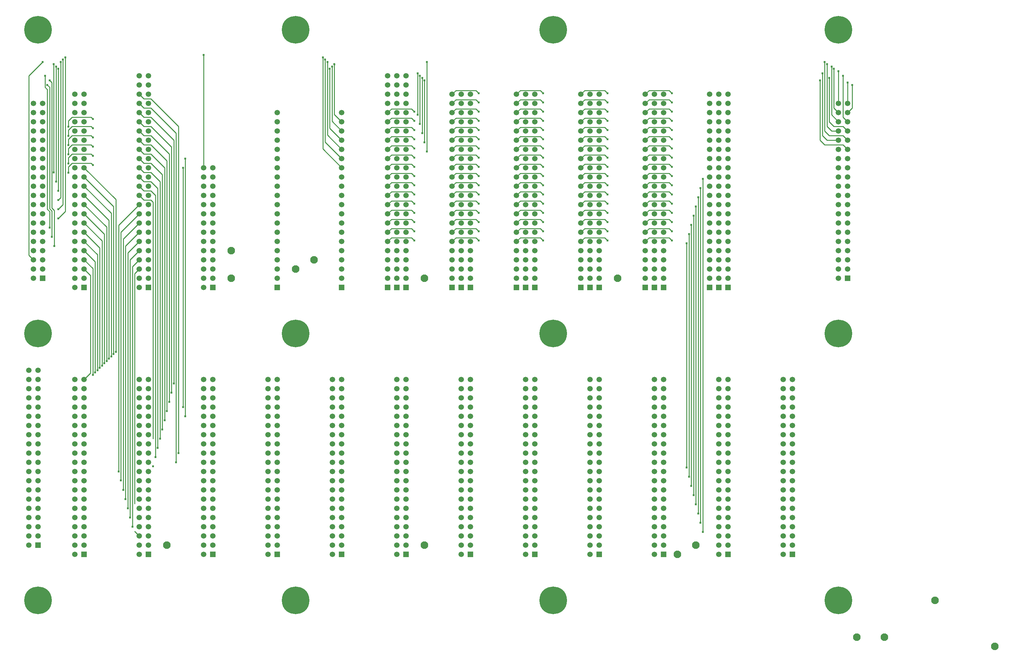
<source format=gbl>
G04*
G04 #@! TF.GenerationSoftware,Altium Limited,Altium Designer,21.9.1 (22)*
G04*
G04 Layer_Physical_Order=2*
G04 Layer_Color=16711680*
%FSLAX25Y25*%
%MOIN*%
G70*
G04*
G04 #@! TF.SameCoordinates,ED34AEAF-C743-4D8C-A4B6-5B60F8E4C993*
G04*
G04*
G04 #@! TF.FilePolarity,Positive*
G04*
G01*
G75*
%ADD13C,0.01000*%
%ADD20C,0.30000*%
%ADD21R,0.05906X0.05906*%
%ADD22C,0.05906*%
%ADD23C,0.08268*%
%ADD24C,0.02400*%
D13*
X220000Y210000D02*
Y240000D01*
Y210000D02*
X220000Y210000D01*
X217500Y250000D02*
X217500Y250000D01*
Y220000D02*
Y250000D01*
X215000Y260000D02*
X215000Y260000D01*
Y230000D02*
Y260000D01*
X212500Y270000D02*
X212500Y270000D01*
Y240000D02*
Y270000D01*
X210000Y280228D02*
X210007Y280221D01*
Y250228D02*
Y280221D01*
X207500Y290000D02*
X207500Y290000D01*
Y260000D02*
Y290000D01*
X995000Y635000D02*
X1000000Y630000D01*
X995000Y625000D02*
X1000000Y620000D01*
X995000Y615000D02*
X1000000Y610000D01*
Y650000D02*
X1005000Y655000D01*
X985000D02*
X990000Y650000D01*
X995000Y645000D02*
X1000000Y640000D01*
X1005000Y655000D02*
Y680000D01*
X982500Y647500D02*
X990000Y640000D01*
X980000D02*
X985000Y635000D01*
X975000Y615000D02*
X995000D01*
X980000Y625000D02*
X995000D01*
X982500Y630000D02*
X990000D01*
X977500Y635000D02*
X982500Y630000D01*
X977500Y620000D02*
X990000D01*
X985000Y635000D02*
X995000D01*
X972500Y625000D02*
X977500Y620000D01*
X975000Y630000D02*
X980000Y625000D01*
X970000Y620000D02*
X975000Y615000D01*
X970000Y620000D02*
Y685000D01*
X972500Y625000D02*
Y692500D01*
X975000Y630000D02*
Y705000D01*
X977500Y635000D02*
Y702500D01*
X980000Y640000D02*
Y687500D01*
X995000Y645000D02*
Y690000D01*
X1000000Y660000D02*
Y682500D01*
X982500Y647500D02*
Y700000D01*
X985000Y655000D02*
Y697500D01*
X990000Y660000D02*
Y695000D01*
X222500Y200000D02*
Y482500D01*
X842500Y224453D02*
X842500Y224453D01*
Y194453D02*
Y224453D01*
X840000Y234453D02*
X840000Y234453D01*
Y204453D02*
Y234453D01*
X837500Y244453D02*
X837500Y244453D01*
Y214453D02*
Y244453D01*
X835000Y254453D02*
X835000Y254453D01*
Y224453D02*
Y254453D01*
X832500Y264453D02*
X832500Y264453D01*
Y234453D02*
Y264453D01*
X830000Y274453D02*
X830000Y274453D01*
Y244453D02*
Y274453D01*
X827500Y284453D02*
X827500Y284453D01*
Y254453D02*
Y284453D01*
X825000Y294453D02*
X825000Y294453D01*
Y264453D02*
Y294453D01*
X272500Y316100D02*
X272500Y635000D01*
X272500Y280000D02*
Y316100D01*
X272500Y316100D02*
X272500Y316100D01*
X270000Y274453D02*
Y304453D01*
X247500Y275547D02*
X247500Y275547D01*
X247500Y275547D02*
Y305547D01*
X250000Y316073D02*
X250000Y567500D01*
X250000Y285547D02*
Y316073D01*
Y285547D02*
X250000Y285547D01*
X252500Y295547D02*
X252500Y295547D01*
X252500Y295547D02*
Y325547D01*
X255000Y338450D02*
X255000Y582500D01*
X255000Y305547D02*
Y338450D01*
Y305547D02*
X255000Y305547D01*
X257500Y315547D02*
X257500Y315547D01*
X257500Y315547D02*
Y345547D01*
X260000Y325547D02*
X260000Y325547D01*
X260000Y325547D02*
Y355547D01*
X262500Y335547D02*
X262500Y335547D01*
X262500Y335547D02*
Y365547D01*
X265000Y345547D02*
Y375547D01*
X267500Y355547D02*
Y385547D01*
X204500Y422000D02*
X204500Y555500D01*
X204500Y390000D02*
Y422000D01*
Y390000D02*
X204500Y390000D01*
X202000Y387500D02*
X202000Y387500D01*
X202000Y387500D02*
Y417500D01*
X199500Y385000D02*
X199500Y385000D01*
X199500Y385000D02*
Y415000D01*
X197000Y412500D02*
X197000Y412500D01*
Y382500D02*
Y412500D01*
X194500Y410000D02*
X194500Y410000D01*
Y380000D02*
Y410000D01*
X184500Y370000D02*
Y495500D01*
X182000Y367500D02*
Y488000D01*
X179500Y365000D02*
Y480500D01*
X177000Y367000D02*
Y473000D01*
X542500Y607500D02*
Y705000D01*
X540000Y617500D02*
Y685000D01*
X537500Y627500D02*
Y687500D01*
X535000Y637500D02*
Y690000D01*
X532500Y647500D02*
Y692500D01*
X832500Y264453D02*
X832500Y538000D01*
X835000Y254453D02*
X835000Y548000D01*
X827500Y284453D02*
X827500Y518000D01*
X837500Y244453D02*
X837500Y558000D01*
X840000Y234453D02*
X840000Y568000D01*
X830000Y274453D02*
X830000Y528000D01*
X825000Y294453D02*
X825000Y508000D01*
X842500Y224453D02*
X842500Y578000D01*
X270000Y274453D02*
X270000Y274453D01*
Y270000D02*
Y274453D01*
X280000Y320000D02*
Y600000D01*
X277500Y330000D02*
Y590000D01*
X300000D02*
Y712500D01*
X110000Y690000D02*
X125000Y705000D01*
X110000Y495000D02*
Y690000D01*
Y495000D02*
X115000Y490000D01*
X130000Y545000D02*
Y675000D01*
Y545000D02*
X132500Y542500D01*
Y525000D02*
Y542500D01*
X134700Y546300D02*
Y584047D01*
Y546300D02*
X137500Y543500D01*
Y505000D02*
Y543500D01*
X132500Y545500D02*
Y677500D01*
X135000Y515000D02*
Y543000D01*
X132500Y545500D02*
X135000Y543000D01*
X134700Y585953D02*
Y682800D01*
X132500Y685000D02*
X134700Y682800D01*
X127500Y677500D02*
Y690000D01*
Y677500D02*
X130000Y675000D01*
Y680000D02*
X132500Y677500D01*
X134700Y584047D02*
Y585953D01*
X144500Y705000D02*
X144500Y557500D01*
X147000Y707500D02*
X147000Y550000D01*
X149500Y710000D02*
X149500Y542500D01*
X142000Y535000D02*
X149500Y542500D01*
X210000Y280228D02*
X210000Y520000D01*
X429500Y610500D02*
Y710000D01*
X437000Y633000D02*
Y697500D01*
X439500Y640500D02*
Y700000D01*
Y640500D02*
X450000Y630000D01*
X442000Y648000D02*
Y702100D01*
Y648000D02*
X450000Y640000D01*
X434500Y625500D02*
Y705000D01*
X432000Y618000D02*
Y707500D01*
X442000Y702100D02*
X442100D01*
X442400Y702400D01*
X442300Y702500D02*
X442400Y702400D01*
X442000Y702500D02*
X442300D01*
X137000Y585000D02*
Y702500D01*
X139500Y575000D02*
Y700000D01*
X142000Y565000D02*
Y697500D01*
Y555000D02*
X144500Y557500D01*
X142000Y545000D02*
X147000Y550000D01*
X242500Y665000D02*
X272500Y635000D01*
X267500Y385547D02*
X267500Y620000D01*
X257500Y345547D02*
X257500Y590000D01*
X260000Y355547D02*
X260000Y597500D01*
X252500Y325547D02*
X252500Y575000D01*
X262500Y365547D02*
X262500Y605000D01*
X265000Y375547D02*
X265000Y612500D01*
X245000Y295547D02*
X245000Y552500D01*
X242500Y555000D02*
X245000Y552500D01*
X270000Y304453D02*
X270000Y627500D01*
X242500Y655000D02*
X270000Y627500D01*
X242500Y645000D02*
X267500Y620000D01*
X242500Y635000D02*
X265000Y612500D01*
X242500Y625000D02*
X262500Y605000D01*
X242500Y615000D02*
X260000Y597500D01*
X242500Y605000D02*
X257500Y590000D01*
X242500Y595000D02*
X255000Y582500D01*
X242500Y585000D02*
X252500Y575000D01*
X242500D02*
X250000Y567500D01*
X247500Y305547D02*
X247500Y560000D01*
X242500Y565000D02*
X247500Y560000D01*
X230000Y670000D02*
X235000Y665000D01*
X242500D01*
X230000Y660000D02*
X235000Y655000D01*
X242500D01*
X230000Y650000D02*
X235000Y645000D01*
X242500D01*
X230000Y640000D02*
X235000Y635000D01*
X242500D01*
X230000Y630000D02*
X235000Y625000D01*
X242500D01*
X230000Y620000D02*
X235000Y615000D01*
X242500D01*
X230000Y610000D02*
X235000Y605000D01*
X242500D01*
X230000Y600000D02*
X235000Y595000D01*
X242500D01*
X230000Y590000D02*
X235000Y585000D01*
X242500D01*
X230000Y580000D02*
X235000Y575000D01*
X242500D01*
X230000Y570000D02*
X235000Y565000D01*
X242500D01*
X235000Y555000D02*
X242500D01*
X230000Y560000D02*
X235000Y555000D01*
X207500Y290000D02*
X207500Y527500D01*
X220000Y240000D02*
X220000Y490000D01*
X212500Y270000D02*
X212500Y512500D01*
X215000Y260000D02*
X215000Y505000D01*
X217500Y250000D02*
X217500Y497500D01*
X207500Y527500D02*
X230000Y550000D01*
X210000Y520000D02*
X230000Y540000D01*
X212500Y512500D02*
X230000Y530000D01*
X215000Y505000D02*
X230000Y520000D01*
X217500Y497500D02*
X230000Y510000D01*
X220000Y490000D02*
X230000Y500000D01*
X222500Y482500D02*
X230000Y490000D01*
X225000Y195000D02*
X230000Y190000D01*
X225000Y225000D02*
Y475000D01*
X230000Y480000D01*
X429500Y610500D02*
X450000Y590000D01*
X432000Y618000D02*
X450000Y600000D01*
X434500Y625500D02*
X450000Y610000D01*
X437000Y633000D02*
X450000Y620000D01*
X157000Y645000D02*
X177500D01*
X179500Y643000D01*
X153000Y634500D02*
Y641000D01*
X157000Y645000D01*
Y635000D02*
X177500D01*
X179500Y633000D01*
X153000Y624500D02*
Y631000D01*
X157000Y635000D01*
Y625000D02*
X177500D01*
X179500Y623000D01*
X153000Y614500D02*
Y621000D01*
X157000Y625000D01*
Y615000D02*
X177500D01*
X179500Y613000D01*
X153000Y604500D02*
Y611000D01*
X157000Y615000D01*
Y605000D02*
X177500D01*
X179500Y603000D01*
X153000Y594500D02*
Y601000D01*
X157000Y605000D01*
X153000Y591000D02*
X157000Y595000D01*
X153000Y584500D02*
Y591000D01*
X177500Y595000D02*
X179500Y593000D01*
X157000Y595000D02*
X177500D01*
X805947Y674053D02*
X809000Y671000D01*
X784053Y674053D02*
X805947D01*
X570000Y670000D02*
X570000D01*
X574053Y674053D01*
X595947D02*
X599000Y671000D01*
X574053Y674053D02*
X595947D01*
X640000Y670000D02*
X640000D01*
X644053Y674053D01*
X665947D02*
X669000Y671000D01*
X644053Y674053D02*
X665947D01*
X710000Y670000D02*
X710000D01*
X714053Y674053D01*
X735947D02*
X739000Y671000D01*
X714053Y674053D02*
X735947D01*
X780000Y670000D02*
X780000D01*
X784053Y674053D01*
X805947Y664053D02*
X809000Y661000D01*
X784053Y664053D02*
X805947D01*
X570000Y660000D02*
X570000D01*
X574053Y664053D01*
X595947D02*
X599000Y661000D01*
X574053Y664053D02*
X595947D01*
X640000Y660000D02*
X640000D01*
X644053Y664053D01*
X665947D02*
X669000Y661000D01*
X644053Y664053D02*
X665947D01*
X710000Y660000D02*
X710000D01*
X714053Y664053D01*
X735947D02*
X739000Y661000D01*
X714053Y664053D02*
X735947D01*
X780000Y660000D02*
X780000D01*
X784053Y664053D01*
X504053Y654053D02*
X525947D01*
X805947D02*
X809000Y651000D01*
X784053Y654053D02*
X805947D01*
X570000Y650000D02*
X570000D01*
X574053Y654053D01*
X595947D02*
X599000Y651000D01*
X574053Y654053D02*
X595947D01*
X525947D02*
X529000Y651000D01*
X640000Y650000D02*
X640000D01*
X644053Y654053D01*
X665947D02*
X669000Y651000D01*
X644053Y654053D02*
X665947D01*
X710000Y650000D02*
X710000D01*
X714053Y654053D01*
X735947D02*
X739000Y651000D01*
X714053Y654053D02*
X735947D01*
X780000Y650000D02*
X780000D01*
X784053Y654053D01*
X500000Y650000D02*
X504053Y654053D01*
X500000Y650000D02*
X500000D01*
X504053Y644053D02*
X525947D01*
X805947D02*
X809000Y641000D01*
X784053Y644053D02*
X805947D01*
X570000Y640000D02*
X570000D01*
X574053Y644053D01*
X595947D02*
X599000Y641000D01*
X574053Y644053D02*
X595947D01*
X525947D02*
X529000Y641000D01*
X640000Y640000D02*
X640000D01*
X644053Y644053D01*
X665947D02*
X669000Y641000D01*
X644053Y644053D02*
X665947D01*
X710000Y640000D02*
X710000D01*
X714053Y644053D01*
X735947D02*
X739000Y641000D01*
X714053Y644053D02*
X735947D01*
X780000Y640000D02*
X780000D01*
X784053Y644053D01*
X500000Y640000D02*
X504053Y644053D01*
X500000Y640000D02*
X500000D01*
X504053Y634053D02*
X525947D01*
X805947D02*
X809000Y631000D01*
X784053Y634053D02*
X805947D01*
X570000Y630000D02*
X570000D01*
X574053Y634053D01*
X595947D02*
X599000Y631000D01*
X574053Y634053D02*
X595947D01*
X525947D02*
X529000Y631000D01*
X640000Y630000D02*
X640000D01*
X644053Y634053D01*
X665947D02*
X669000Y631000D01*
X644053Y634053D02*
X665947D01*
X710000Y630000D02*
X710000D01*
X714053Y634053D01*
X735947D02*
X739000Y631000D01*
X714053Y634053D02*
X735947D01*
X780000Y630000D02*
X780000D01*
X784053Y634053D01*
X500000Y630000D02*
X504053Y634053D01*
X500000Y630000D02*
X500000D01*
X504053Y624053D02*
X525947D01*
X805947D02*
X809000Y621000D01*
X784053Y624053D02*
X805947D01*
X570000Y620000D02*
X570000D01*
X574053Y624053D01*
X595947D02*
X599000Y621000D01*
X574053Y624053D02*
X595947D01*
X525947D02*
X529000Y621000D01*
X640000Y620000D02*
X640000D01*
X644053Y624053D01*
X665947D02*
X669000Y621000D01*
X644053Y624053D02*
X665947D01*
X710000Y620000D02*
X710000D01*
X714053Y624053D01*
X735947D02*
X739000Y621000D01*
X714053Y624053D02*
X735947D01*
X780000Y620000D02*
X780000D01*
X784053Y624053D01*
X500000Y620000D02*
X504053Y624053D01*
X500000Y620000D02*
X500000D01*
X504053Y614053D02*
X525947D01*
X805947D02*
X809000Y611000D01*
X784053Y614053D02*
X805947D01*
X570000Y610000D02*
X570000D01*
X574053Y614053D01*
X595947D02*
X599000Y611000D01*
X574053Y614053D02*
X595947D01*
X525947D02*
X529000Y611000D01*
X640000Y610000D02*
X640000D01*
X644053Y614053D01*
X665947D02*
X669000Y611000D01*
X644053Y614053D02*
X665947D01*
X710000Y610000D02*
X710000D01*
X714053Y614053D01*
X735947D02*
X739000Y611000D01*
X714053Y614053D02*
X735947D01*
X780000Y610000D02*
X780000D01*
X784053Y614053D01*
X500000Y610000D02*
X504053Y614053D01*
X500000Y610000D02*
X500000D01*
X504053Y604053D02*
X525947D01*
X805947D02*
X809000Y601000D01*
X784053Y604053D02*
X805947D01*
X570000Y600000D02*
X570000D01*
X574053Y604053D01*
X595947D02*
X599000Y601000D01*
X574053Y604053D02*
X595947D01*
X525947D02*
X529000Y601000D01*
X640000Y600000D02*
X640000D01*
X644053Y604053D01*
X665947D02*
X669000Y601000D01*
X644053Y604053D02*
X665947D01*
X710000Y600000D02*
X710000D01*
X714053Y604053D01*
X735947D02*
X739000Y601000D01*
X714053Y604053D02*
X735947D01*
X780000Y600000D02*
X780000D01*
X784053Y604053D01*
X500000Y600000D02*
X504053Y604053D01*
X500000Y600000D02*
X500000D01*
X504053Y594053D02*
X525947D01*
X805947D02*
X809000Y591000D01*
X784053Y594053D02*
X805947D01*
X570000Y590000D02*
X570000D01*
X574053Y594053D01*
X595947D02*
X599000Y591000D01*
X574053Y594053D02*
X595947D01*
X525947D02*
X529000Y591000D01*
X640000Y590000D02*
X640000D01*
X644053Y594053D01*
X665947D02*
X669000Y591000D01*
X644053Y594053D02*
X665947D01*
X710000Y590000D02*
X710000D01*
X714053Y594053D01*
X735947D02*
X739000Y591000D01*
X714053Y594053D02*
X735947D01*
X780000Y590000D02*
X780000D01*
X784053Y594053D01*
X500000Y590000D02*
X504053Y594053D01*
X500000Y590000D02*
X500000D01*
X194500Y410000D02*
X194500Y525500D01*
X197000Y412500D02*
X197000Y533000D01*
X187000Y372500D02*
Y503000D01*
X192000Y377500D02*
Y518000D01*
X189500Y375000D02*
Y510500D01*
X170000Y360000D02*
X177000Y367000D01*
X170000Y480000D02*
X177000Y473000D01*
X170000Y490000D02*
X179500Y480500D01*
X170000Y510000D02*
X184500Y495500D01*
X170000Y520000D02*
X187000Y503000D01*
X170000Y530000D02*
X189500Y510500D01*
X170000Y540000D02*
X192000Y518000D01*
X170000Y550000D02*
X194500Y525500D01*
X170000Y560000D02*
X197000Y533000D01*
X170000Y570000D02*
X199500Y540500D01*
X199500Y415000D02*
X199500Y540500D01*
X202000Y417500D02*
X202000Y548000D01*
X170000Y580000D02*
X202000Y548000D01*
X170000Y590000D02*
X204500Y555500D01*
X170000Y500000D02*
X182000Y488000D01*
X500000Y570000D02*
X500000D01*
X500000Y580000D02*
X500000D01*
X504053Y584053D01*
X500000Y570000D02*
X504053Y574053D01*
X500000Y560000D02*
X504053Y564053D01*
X500000Y550000D02*
X504053Y554053D01*
X500000Y560000D02*
X500000D01*
X500000Y510000D02*
X500000D01*
X500000Y550000D02*
X500000D01*
X500000Y530000D02*
X500000D01*
X504053Y534053D01*
X500000Y540000D02*
X504053Y544053D01*
X500000Y540000D02*
X500000D01*
Y510000D02*
X504053Y514053D01*
X500000Y520000D02*
X504053Y524053D01*
X500000Y520000D02*
X500000D01*
X780000Y570000D02*
X780000D01*
X784053Y574053D01*
X780000Y580000D02*
X784053Y584053D01*
X780000Y580000D02*
X780000D01*
X710000Y570000D02*
X710000D01*
X714053Y574053D01*
X735947D02*
X739000Y571000D01*
X714053Y574053D02*
X735947D01*
X714053Y584053D02*
X735947D01*
X739000Y581000D01*
X710000Y580000D02*
X714053Y584053D01*
X710000Y580000D02*
X710000D01*
X595947Y564053D02*
X599000Y561000D01*
X574053Y564053D02*
X595947D01*
X665947D02*
X669000Y561000D01*
X644053Y564053D02*
X665947D01*
X640000Y570000D02*
X640000D01*
X644053Y574053D01*
X665947D02*
X669000Y571000D01*
X644053Y574053D02*
X665947D01*
X644053Y584053D02*
X665947D01*
X669000Y581000D01*
X640000Y580000D02*
X644053Y584053D01*
X640000Y580000D02*
X640000D01*
X525947Y584053D02*
X529000Y581000D01*
X525947Y574053D02*
X529000Y571000D01*
X525947Y564053D02*
X529000Y561000D01*
X570000Y570000D02*
X570000D01*
X574053Y574053D01*
X595947D02*
X599000Y571000D01*
X574053Y574053D02*
X595947D01*
X574053Y584053D02*
X595947D01*
X599000Y581000D01*
X570000Y580000D02*
X574053Y584053D01*
X570000Y580000D02*
X570000D01*
X710000Y510000D02*
X710000D01*
X710000Y520000D02*
X710000D01*
Y510000D02*
X714053Y514053D01*
X735947Y524053D02*
X739000Y521000D01*
X714053Y524053D02*
X735947D01*
X714053Y514053D02*
X735947D01*
X739000Y511000D01*
X714053Y534053D02*
X735947D01*
X739000Y531000D01*
X784053Y514053D02*
X805947D01*
X780000Y560000D02*
X784053Y564053D01*
X805947D02*
X809000Y561000D01*
X784053Y564053D02*
X805947D01*
Y574053D02*
X809000Y571000D01*
X784053Y574053D02*
X805947D01*
X644053Y524053D02*
X665947D01*
X644053Y514053D02*
X665947D01*
X644053Y544053D02*
X665947D01*
X644053Y534053D02*
X665947D01*
X710000Y560000D02*
X714053Y564053D01*
X735947D02*
X739000Y561000D01*
X714053Y564053D02*
X735947D01*
X644053Y554053D02*
X665947D01*
X784053Y584053D02*
X805947D01*
X809000Y581000D01*
X525947Y554053D02*
X529000Y551000D01*
X525947Y534053D02*
X529000Y531000D01*
X525947Y544053D02*
X529000Y541000D01*
X525947Y514053D02*
X529000Y511000D01*
X525947Y524053D02*
X529000Y521000D01*
X570000Y520000D02*
X570000D01*
X574053Y524053D01*
X570000Y510000D02*
X574053Y514053D01*
X570000Y510000D02*
X570000D01*
X570000Y540000D02*
X570000D01*
X574053Y544053D01*
X570000Y530000D02*
X574053Y534053D01*
X570000Y530000D02*
X570000D01*
Y550000D02*
X574053Y554053D01*
X570000Y550000D02*
X570000D01*
X640000Y540000D02*
X640000D01*
X640000Y560000D02*
X640000D01*
X640000Y550000D02*
X640000D01*
X640000Y520000D02*
X640000D01*
X644053Y524053D01*
X640000Y510000D02*
X644053Y514053D01*
X640000Y510000D02*
X640000D01*
Y540000D02*
X644053Y544053D01*
X640000Y530000D02*
X644053Y534053D01*
X640000Y530000D02*
X640000D01*
Y560000D02*
X644053Y564053D01*
X640000Y550000D02*
X644053Y554053D01*
X570000Y560000D02*
X570000D01*
X574053Y564053D01*
X595947Y524053D02*
X599000Y521000D01*
X574053Y524053D02*
X595947D01*
X574053Y514053D02*
X595947D01*
X599000Y511000D01*
X595947Y544053D02*
X599000Y541000D01*
X574053Y544053D02*
X595947D01*
X574053Y534053D02*
X595947D01*
X599000Y531000D01*
X574053Y554053D02*
X595947D01*
X599000Y551000D01*
X665947Y524053D02*
X669000Y521000D01*
X665947Y514053D02*
X669000Y511000D01*
X665947Y544053D02*
X669000Y541000D01*
X665947Y534053D02*
X669000Y531000D01*
X665947Y554053D02*
X669000Y551000D01*
X735947Y544053D02*
X739000Y541000D01*
X714053Y544053D02*
X735947D01*
X714053Y554053D02*
X735947D01*
X739000Y551000D01*
X710000Y520000D02*
X714053Y524053D01*
X710000Y540000D02*
X710000D01*
X714053Y544053D01*
X710000Y530000D02*
X714053Y534053D01*
X710000Y530000D02*
X710000D01*
X710000Y560000D02*
X710000D01*
Y550000D02*
X714053Y554053D01*
X710000Y550000D02*
X710000D01*
X780000Y520000D02*
X780000D01*
X784053Y524053D01*
X780000Y540000D02*
X780000D01*
X784053Y544053D01*
X780000Y530000D02*
X784053Y534053D01*
X780000Y530000D02*
X780000D01*
X780000Y560000D02*
X780000D01*
Y550000D02*
X784053Y554053D01*
X780000Y550000D02*
X780000D01*
X805947Y524053D02*
X809000Y521000D01*
X805947Y514053D02*
X809000Y511000D01*
X805947Y544053D02*
X809000Y541000D01*
X805947Y534053D02*
X809000Y531000D01*
X805947Y554053D02*
X809000Y551000D01*
X784053Y544053D02*
X805947D01*
X784053Y524053D02*
X805947D01*
X780000Y510000D02*
X784053Y514053D01*
X780000Y510000D02*
X780000D01*
X784053Y534053D02*
X805947D01*
X784053Y554053D02*
X805947D01*
X504053Y514053D02*
X525947D01*
X504053Y584053D02*
X525947D01*
X504053Y574053D02*
X525947D01*
X504053Y554053D02*
X525947D01*
X504053Y564053D02*
X525947D01*
X504053Y534053D02*
X525947D01*
X504053Y544053D02*
X525947D01*
X504053Y524053D02*
X525947D01*
D20*
X120000Y410000D02*
D03*
X680000D02*
D03*
X400000D02*
D03*
X990000D02*
D03*
X120000Y740000D02*
D03*
X400000D02*
D03*
X680000D02*
D03*
Y120000D02*
D03*
X400000D02*
D03*
X990000Y740000D02*
D03*
Y120000D02*
D03*
X120000D02*
D03*
D21*
X1000000Y470000D02*
D03*
X800000Y170000D02*
D03*
X125000Y470000D02*
D03*
X240000Y460000D02*
D03*
X510000D02*
D03*
X500000D02*
D03*
X850000D02*
D03*
X730000D02*
D03*
X710000D02*
D03*
X720000D02*
D03*
X580000D02*
D03*
X570000D02*
D03*
X590000D02*
D03*
X800000D02*
D03*
X790000D02*
D03*
X780000D02*
D03*
X860000D02*
D03*
X660000D02*
D03*
X870000D02*
D03*
X640000D02*
D03*
X520000D02*
D03*
X650000D02*
D03*
X170000D02*
D03*
X310000D02*
D03*
X380000D02*
D03*
X450000D02*
D03*
X120000Y180000D02*
D03*
X170000Y170000D02*
D03*
X240000D02*
D03*
X310000D02*
D03*
X380000D02*
D03*
X450000D02*
D03*
X520000D02*
D03*
X590000D02*
D03*
X660000D02*
D03*
X730000D02*
D03*
X870000D02*
D03*
X940000D02*
D03*
D22*
X990000Y470000D02*
D03*
X1000000Y480000D02*
D03*
X990000D02*
D03*
X1000000Y490000D02*
D03*
X990000D02*
D03*
X1000000Y500000D02*
D03*
X990000D02*
D03*
X1000000Y510000D02*
D03*
X990000D02*
D03*
X1000000Y520000D02*
D03*
X990000D02*
D03*
X1000000Y530000D02*
D03*
X990000D02*
D03*
X1000000Y540000D02*
D03*
X990000D02*
D03*
X1000000Y550000D02*
D03*
X990000D02*
D03*
X1000000Y560000D02*
D03*
X990000D02*
D03*
X1000000Y570000D02*
D03*
X990000D02*
D03*
X1000000Y580000D02*
D03*
X990000D02*
D03*
X1000000Y590000D02*
D03*
X990000D02*
D03*
X1000000Y600000D02*
D03*
X990000D02*
D03*
X1000000Y610000D02*
D03*
X990000D02*
D03*
X1000000Y620000D02*
D03*
X990000D02*
D03*
X1000000Y630000D02*
D03*
X990000D02*
D03*
X1000000Y640000D02*
D03*
X990000D02*
D03*
X1000000Y650000D02*
D03*
X990000D02*
D03*
X1000000Y660000D02*
D03*
X990000D02*
D03*
X800000Y310000D02*
D03*
Y300000D02*
D03*
Y290000D02*
D03*
Y320000D02*
D03*
Y330000D02*
D03*
Y360000D02*
D03*
Y280000D02*
D03*
Y270000D02*
D03*
X790000Y360000D02*
D03*
Y350000D02*
D03*
Y340000D02*
D03*
Y330000D02*
D03*
Y320000D02*
D03*
Y310000D02*
D03*
Y300000D02*
D03*
Y290000D02*
D03*
Y280000D02*
D03*
Y270000D02*
D03*
Y260000D02*
D03*
Y250000D02*
D03*
Y240000D02*
D03*
Y230000D02*
D03*
Y220000D02*
D03*
Y210000D02*
D03*
Y200000D02*
D03*
Y190000D02*
D03*
X800000Y350000D02*
D03*
Y340000D02*
D03*
Y260000D02*
D03*
Y250000D02*
D03*
Y240000D02*
D03*
Y230000D02*
D03*
Y220000D02*
D03*
Y210000D02*
D03*
Y200000D02*
D03*
Y190000D02*
D03*
X790000Y180000D02*
D03*
X800000D02*
D03*
X790000Y170000D02*
D03*
X115000Y470000D02*
D03*
X125000Y480000D02*
D03*
X115000D02*
D03*
Y490000D02*
D03*
Y500000D02*
D03*
Y510000D02*
D03*
Y520000D02*
D03*
Y530000D02*
D03*
Y540000D02*
D03*
Y550000D02*
D03*
Y560000D02*
D03*
Y570000D02*
D03*
Y580000D02*
D03*
Y590000D02*
D03*
Y600000D02*
D03*
Y610000D02*
D03*
Y620000D02*
D03*
Y630000D02*
D03*
Y640000D02*
D03*
Y650000D02*
D03*
Y660000D02*
D03*
X125000D02*
D03*
Y650000D02*
D03*
Y640000D02*
D03*
Y630000D02*
D03*
Y620000D02*
D03*
Y610000D02*
D03*
Y600000D02*
D03*
Y590000D02*
D03*
Y580000D02*
D03*
Y570000D02*
D03*
Y560000D02*
D03*
Y550000D02*
D03*
Y540000D02*
D03*
Y530000D02*
D03*
Y520000D02*
D03*
Y510000D02*
D03*
Y500000D02*
D03*
Y490000D02*
D03*
X230000Y460000D02*
D03*
X240000Y470000D02*
D03*
X230000D02*
D03*
X240000Y480000D02*
D03*
X230000D02*
D03*
X240000Y490000D02*
D03*
X230000D02*
D03*
X240000Y500000D02*
D03*
X230000D02*
D03*
X240000Y510000D02*
D03*
X230000D02*
D03*
X240000Y520000D02*
D03*
X230000D02*
D03*
X240000Y530000D02*
D03*
X230000D02*
D03*
X240000Y540000D02*
D03*
X230000D02*
D03*
X240000Y550000D02*
D03*
X230000D02*
D03*
X240000Y560000D02*
D03*
X230000D02*
D03*
X240000Y570000D02*
D03*
X230000D02*
D03*
X240000Y580000D02*
D03*
X230000D02*
D03*
X240000Y590000D02*
D03*
X230000D02*
D03*
X240000Y600000D02*
D03*
X230000D02*
D03*
X240000Y610000D02*
D03*
X230000D02*
D03*
X240000Y620000D02*
D03*
X230000D02*
D03*
X240000Y630000D02*
D03*
X230000D02*
D03*
X240000Y640000D02*
D03*
X230000D02*
D03*
X240000Y650000D02*
D03*
X230000D02*
D03*
X240000Y660000D02*
D03*
X230000D02*
D03*
X240000Y670000D02*
D03*
X230000D02*
D03*
X240000Y680000D02*
D03*
X230000D02*
D03*
X240000Y690000D02*
D03*
X230000D02*
D03*
X500000Y670000D02*
D03*
Y680000D02*
D03*
Y690000D02*
D03*
X110000Y290000D02*
D03*
Y280000D02*
D03*
X510000Y690000D02*
D03*
Y680000D02*
D03*
Y670000D02*
D03*
Y660000D02*
D03*
Y650000D02*
D03*
Y640000D02*
D03*
Y630000D02*
D03*
Y620000D02*
D03*
Y610000D02*
D03*
Y600000D02*
D03*
Y590000D02*
D03*
Y580000D02*
D03*
Y570000D02*
D03*
Y560000D02*
D03*
Y550000D02*
D03*
Y540000D02*
D03*
Y530000D02*
D03*
Y520000D02*
D03*
Y510000D02*
D03*
Y500000D02*
D03*
Y490000D02*
D03*
Y480000D02*
D03*
Y470000D02*
D03*
X500000Y660000D02*
D03*
Y650000D02*
D03*
Y640000D02*
D03*
Y630000D02*
D03*
Y620000D02*
D03*
Y610000D02*
D03*
Y600000D02*
D03*
Y590000D02*
D03*
Y580000D02*
D03*
Y570000D02*
D03*
Y560000D02*
D03*
Y550000D02*
D03*
Y540000D02*
D03*
Y530000D02*
D03*
Y520000D02*
D03*
Y510000D02*
D03*
Y500000D02*
D03*
Y490000D02*
D03*
Y480000D02*
D03*
Y470000D02*
D03*
X850000Y670000D02*
D03*
Y660000D02*
D03*
Y650000D02*
D03*
Y640000D02*
D03*
Y630000D02*
D03*
Y620000D02*
D03*
Y610000D02*
D03*
Y600000D02*
D03*
Y590000D02*
D03*
Y580000D02*
D03*
Y570000D02*
D03*
Y560000D02*
D03*
Y550000D02*
D03*
Y540000D02*
D03*
Y530000D02*
D03*
Y520000D02*
D03*
Y510000D02*
D03*
Y500000D02*
D03*
Y490000D02*
D03*
Y480000D02*
D03*
Y470000D02*
D03*
X730000Y670000D02*
D03*
Y660000D02*
D03*
Y650000D02*
D03*
Y640000D02*
D03*
Y630000D02*
D03*
Y620000D02*
D03*
Y610000D02*
D03*
Y600000D02*
D03*
Y590000D02*
D03*
Y580000D02*
D03*
Y570000D02*
D03*
Y560000D02*
D03*
Y550000D02*
D03*
Y540000D02*
D03*
Y530000D02*
D03*
Y520000D02*
D03*
Y510000D02*
D03*
Y500000D02*
D03*
Y490000D02*
D03*
Y480000D02*
D03*
Y470000D02*
D03*
X710000Y670000D02*
D03*
Y660000D02*
D03*
Y650000D02*
D03*
Y640000D02*
D03*
Y630000D02*
D03*
Y620000D02*
D03*
Y610000D02*
D03*
Y600000D02*
D03*
Y590000D02*
D03*
Y580000D02*
D03*
Y570000D02*
D03*
Y560000D02*
D03*
Y550000D02*
D03*
Y540000D02*
D03*
Y530000D02*
D03*
Y520000D02*
D03*
Y510000D02*
D03*
Y500000D02*
D03*
Y490000D02*
D03*
Y480000D02*
D03*
Y470000D02*
D03*
X720000Y670000D02*
D03*
Y660000D02*
D03*
Y650000D02*
D03*
Y640000D02*
D03*
Y630000D02*
D03*
Y620000D02*
D03*
Y610000D02*
D03*
Y600000D02*
D03*
Y590000D02*
D03*
Y580000D02*
D03*
Y570000D02*
D03*
Y560000D02*
D03*
Y550000D02*
D03*
Y540000D02*
D03*
Y530000D02*
D03*
Y520000D02*
D03*
Y510000D02*
D03*
Y500000D02*
D03*
Y490000D02*
D03*
Y480000D02*
D03*
Y470000D02*
D03*
X580000Y670000D02*
D03*
Y660000D02*
D03*
Y650000D02*
D03*
Y640000D02*
D03*
Y630000D02*
D03*
Y620000D02*
D03*
Y610000D02*
D03*
Y600000D02*
D03*
Y590000D02*
D03*
Y580000D02*
D03*
Y570000D02*
D03*
Y560000D02*
D03*
Y550000D02*
D03*
Y540000D02*
D03*
Y530000D02*
D03*
Y520000D02*
D03*
Y510000D02*
D03*
Y500000D02*
D03*
Y490000D02*
D03*
Y480000D02*
D03*
Y470000D02*
D03*
X570000Y670000D02*
D03*
Y660000D02*
D03*
Y650000D02*
D03*
Y640000D02*
D03*
Y630000D02*
D03*
Y620000D02*
D03*
Y610000D02*
D03*
Y600000D02*
D03*
Y590000D02*
D03*
Y580000D02*
D03*
Y570000D02*
D03*
Y560000D02*
D03*
Y550000D02*
D03*
Y540000D02*
D03*
Y530000D02*
D03*
Y520000D02*
D03*
Y510000D02*
D03*
Y500000D02*
D03*
Y490000D02*
D03*
Y480000D02*
D03*
Y470000D02*
D03*
X590000Y670000D02*
D03*
Y660000D02*
D03*
Y650000D02*
D03*
Y640000D02*
D03*
Y630000D02*
D03*
Y620000D02*
D03*
Y610000D02*
D03*
Y600000D02*
D03*
Y590000D02*
D03*
Y580000D02*
D03*
Y570000D02*
D03*
Y560000D02*
D03*
Y550000D02*
D03*
Y540000D02*
D03*
Y530000D02*
D03*
Y520000D02*
D03*
Y510000D02*
D03*
Y500000D02*
D03*
Y490000D02*
D03*
Y480000D02*
D03*
Y470000D02*
D03*
X800000Y670000D02*
D03*
Y660000D02*
D03*
Y650000D02*
D03*
Y640000D02*
D03*
Y630000D02*
D03*
Y620000D02*
D03*
Y610000D02*
D03*
Y600000D02*
D03*
Y590000D02*
D03*
Y580000D02*
D03*
Y570000D02*
D03*
Y560000D02*
D03*
Y550000D02*
D03*
Y540000D02*
D03*
Y530000D02*
D03*
Y520000D02*
D03*
Y510000D02*
D03*
Y500000D02*
D03*
Y490000D02*
D03*
Y480000D02*
D03*
Y470000D02*
D03*
X790000Y670000D02*
D03*
Y660000D02*
D03*
Y650000D02*
D03*
Y640000D02*
D03*
Y630000D02*
D03*
Y620000D02*
D03*
Y610000D02*
D03*
Y600000D02*
D03*
Y590000D02*
D03*
Y580000D02*
D03*
Y570000D02*
D03*
Y560000D02*
D03*
Y550000D02*
D03*
Y540000D02*
D03*
Y530000D02*
D03*
Y520000D02*
D03*
Y510000D02*
D03*
Y500000D02*
D03*
Y490000D02*
D03*
Y480000D02*
D03*
Y470000D02*
D03*
X780000Y670000D02*
D03*
Y660000D02*
D03*
Y650000D02*
D03*
Y640000D02*
D03*
Y630000D02*
D03*
Y620000D02*
D03*
Y610000D02*
D03*
Y600000D02*
D03*
Y590000D02*
D03*
Y580000D02*
D03*
Y570000D02*
D03*
Y560000D02*
D03*
Y550000D02*
D03*
Y540000D02*
D03*
Y530000D02*
D03*
Y520000D02*
D03*
Y510000D02*
D03*
Y500000D02*
D03*
Y490000D02*
D03*
Y480000D02*
D03*
Y470000D02*
D03*
X860000Y670000D02*
D03*
Y660000D02*
D03*
Y650000D02*
D03*
Y640000D02*
D03*
Y630000D02*
D03*
Y620000D02*
D03*
Y610000D02*
D03*
Y600000D02*
D03*
Y590000D02*
D03*
Y580000D02*
D03*
Y570000D02*
D03*
Y560000D02*
D03*
Y550000D02*
D03*
Y540000D02*
D03*
Y530000D02*
D03*
Y520000D02*
D03*
Y510000D02*
D03*
Y500000D02*
D03*
Y490000D02*
D03*
Y480000D02*
D03*
Y470000D02*
D03*
X660000Y670000D02*
D03*
Y660000D02*
D03*
Y650000D02*
D03*
Y640000D02*
D03*
Y630000D02*
D03*
Y620000D02*
D03*
Y610000D02*
D03*
Y600000D02*
D03*
Y590000D02*
D03*
Y580000D02*
D03*
Y570000D02*
D03*
Y560000D02*
D03*
Y550000D02*
D03*
Y540000D02*
D03*
Y530000D02*
D03*
Y520000D02*
D03*
Y510000D02*
D03*
Y500000D02*
D03*
Y490000D02*
D03*
Y480000D02*
D03*
Y470000D02*
D03*
X870000Y670000D02*
D03*
Y660000D02*
D03*
Y650000D02*
D03*
Y640000D02*
D03*
Y630000D02*
D03*
Y620000D02*
D03*
Y610000D02*
D03*
Y600000D02*
D03*
Y590000D02*
D03*
Y580000D02*
D03*
Y570000D02*
D03*
Y560000D02*
D03*
Y550000D02*
D03*
Y540000D02*
D03*
Y530000D02*
D03*
Y520000D02*
D03*
Y510000D02*
D03*
Y500000D02*
D03*
Y490000D02*
D03*
Y480000D02*
D03*
Y470000D02*
D03*
X640000Y670000D02*
D03*
Y660000D02*
D03*
Y650000D02*
D03*
Y640000D02*
D03*
Y630000D02*
D03*
Y620000D02*
D03*
Y610000D02*
D03*
Y600000D02*
D03*
Y590000D02*
D03*
Y580000D02*
D03*
Y570000D02*
D03*
Y560000D02*
D03*
Y550000D02*
D03*
Y540000D02*
D03*
Y530000D02*
D03*
Y520000D02*
D03*
Y510000D02*
D03*
Y500000D02*
D03*
Y490000D02*
D03*
Y480000D02*
D03*
Y470000D02*
D03*
X520000Y690000D02*
D03*
Y680000D02*
D03*
Y670000D02*
D03*
Y660000D02*
D03*
Y650000D02*
D03*
Y640000D02*
D03*
Y630000D02*
D03*
Y620000D02*
D03*
Y610000D02*
D03*
Y600000D02*
D03*
Y590000D02*
D03*
Y580000D02*
D03*
Y570000D02*
D03*
Y560000D02*
D03*
Y550000D02*
D03*
Y540000D02*
D03*
Y530000D02*
D03*
Y520000D02*
D03*
Y510000D02*
D03*
Y500000D02*
D03*
Y490000D02*
D03*
Y480000D02*
D03*
Y470000D02*
D03*
X650000Y670000D02*
D03*
Y660000D02*
D03*
Y650000D02*
D03*
Y640000D02*
D03*
Y630000D02*
D03*
Y620000D02*
D03*
Y610000D02*
D03*
Y600000D02*
D03*
Y590000D02*
D03*
Y580000D02*
D03*
Y570000D02*
D03*
Y560000D02*
D03*
Y550000D02*
D03*
Y540000D02*
D03*
Y530000D02*
D03*
Y520000D02*
D03*
Y510000D02*
D03*
Y500000D02*
D03*
Y490000D02*
D03*
Y480000D02*
D03*
Y470000D02*
D03*
X160000D02*
D03*
Y460000D02*
D03*
X170000Y470000D02*
D03*
Y480000D02*
D03*
X160000D02*
D03*
X170000Y490000D02*
D03*
X160000D02*
D03*
X170000Y500000D02*
D03*
X160000D02*
D03*
X170000Y510000D02*
D03*
X160000D02*
D03*
X170000Y520000D02*
D03*
X160000D02*
D03*
X170000Y530000D02*
D03*
X160000D02*
D03*
X170000Y540000D02*
D03*
X160000D02*
D03*
X170000Y550000D02*
D03*
X160000D02*
D03*
X170000Y560000D02*
D03*
X160000D02*
D03*
X170000Y570000D02*
D03*
X160000D02*
D03*
X170000Y580000D02*
D03*
X160000D02*
D03*
X170000Y590000D02*
D03*
X160000D02*
D03*
X170000Y600000D02*
D03*
X160000D02*
D03*
X170000Y610000D02*
D03*
X160000D02*
D03*
X170000Y620000D02*
D03*
X160000D02*
D03*
X170000Y630000D02*
D03*
X160000D02*
D03*
X170000Y640000D02*
D03*
X160000D02*
D03*
X170000Y650000D02*
D03*
X160000D02*
D03*
X170000Y660000D02*
D03*
X160000D02*
D03*
X170000Y670000D02*
D03*
X160000D02*
D03*
X300000Y460000D02*
D03*
X310000Y470000D02*
D03*
X300000D02*
D03*
X310000Y480000D02*
D03*
X300000D02*
D03*
X310000Y490000D02*
D03*
X300000D02*
D03*
X310000Y500000D02*
D03*
X300000D02*
D03*
X310000Y510000D02*
D03*
X300000D02*
D03*
X310000Y520000D02*
D03*
X300000D02*
D03*
X310000Y530000D02*
D03*
X300000D02*
D03*
X310000Y540000D02*
D03*
X300000D02*
D03*
X310000Y550000D02*
D03*
X300000D02*
D03*
X310000Y560000D02*
D03*
X300000D02*
D03*
X310000Y570000D02*
D03*
X300000D02*
D03*
X310000Y580000D02*
D03*
X300000D02*
D03*
X310000Y590000D02*
D03*
X300000D02*
D03*
X380000Y650000D02*
D03*
Y640000D02*
D03*
Y630000D02*
D03*
Y620000D02*
D03*
Y610000D02*
D03*
Y600000D02*
D03*
Y590000D02*
D03*
Y580000D02*
D03*
Y570000D02*
D03*
Y560000D02*
D03*
Y550000D02*
D03*
Y540000D02*
D03*
Y530000D02*
D03*
Y520000D02*
D03*
Y510000D02*
D03*
Y500000D02*
D03*
Y490000D02*
D03*
Y480000D02*
D03*
Y470000D02*
D03*
X450000Y650000D02*
D03*
Y640000D02*
D03*
Y630000D02*
D03*
Y620000D02*
D03*
Y610000D02*
D03*
Y600000D02*
D03*
Y590000D02*
D03*
Y580000D02*
D03*
Y570000D02*
D03*
Y560000D02*
D03*
Y550000D02*
D03*
Y540000D02*
D03*
Y530000D02*
D03*
Y520000D02*
D03*
Y510000D02*
D03*
Y500000D02*
D03*
Y490000D02*
D03*
Y480000D02*
D03*
Y470000D02*
D03*
X110000Y370000D02*
D03*
X120000D02*
D03*
X110000Y360000D02*
D03*
X120000D02*
D03*
X110000Y350000D02*
D03*
X120000D02*
D03*
X110000Y340000D02*
D03*
X120000D02*
D03*
X110000Y330000D02*
D03*
X120000D02*
D03*
X110000Y320000D02*
D03*
X120000D02*
D03*
X110000Y310000D02*
D03*
X120000D02*
D03*
X110000Y300000D02*
D03*
X120000D02*
D03*
Y290000D02*
D03*
Y280000D02*
D03*
X110000Y270000D02*
D03*
X120000D02*
D03*
X110000Y260000D02*
D03*
X120000D02*
D03*
X110000Y250000D02*
D03*
X120000D02*
D03*
X110000Y240000D02*
D03*
X120000D02*
D03*
X110000Y230000D02*
D03*
X120000D02*
D03*
X110000Y220000D02*
D03*
X120000D02*
D03*
X110000Y210000D02*
D03*
X120000D02*
D03*
X110000Y200000D02*
D03*
X120000D02*
D03*
X110000Y190000D02*
D03*
X120000D02*
D03*
X110000Y180000D02*
D03*
X160000Y170000D02*
D03*
X170000Y180000D02*
D03*
X160000D02*
D03*
X170000Y190000D02*
D03*
Y200000D02*
D03*
Y210000D02*
D03*
Y220000D02*
D03*
Y230000D02*
D03*
Y240000D02*
D03*
Y250000D02*
D03*
Y260000D02*
D03*
Y340000D02*
D03*
Y350000D02*
D03*
X230000Y170000D02*
D03*
X240000Y180000D02*
D03*
X230000D02*
D03*
X240000Y190000D02*
D03*
Y200000D02*
D03*
Y210000D02*
D03*
Y220000D02*
D03*
Y230000D02*
D03*
Y240000D02*
D03*
Y250000D02*
D03*
Y260000D02*
D03*
Y340000D02*
D03*
Y350000D02*
D03*
X300000Y170000D02*
D03*
X310000Y180000D02*
D03*
X300000D02*
D03*
X310000Y190000D02*
D03*
Y200000D02*
D03*
Y210000D02*
D03*
Y220000D02*
D03*
Y230000D02*
D03*
Y240000D02*
D03*
Y250000D02*
D03*
Y260000D02*
D03*
Y340000D02*
D03*
Y350000D02*
D03*
X370000Y170000D02*
D03*
X380000Y180000D02*
D03*
X370000D02*
D03*
X380000Y190000D02*
D03*
Y200000D02*
D03*
Y210000D02*
D03*
Y220000D02*
D03*
Y230000D02*
D03*
Y240000D02*
D03*
Y250000D02*
D03*
Y260000D02*
D03*
Y340000D02*
D03*
Y350000D02*
D03*
X440000Y170000D02*
D03*
X450000Y180000D02*
D03*
X440000D02*
D03*
X450000Y190000D02*
D03*
Y200000D02*
D03*
Y210000D02*
D03*
Y220000D02*
D03*
Y230000D02*
D03*
Y240000D02*
D03*
Y250000D02*
D03*
Y260000D02*
D03*
Y340000D02*
D03*
Y350000D02*
D03*
X510000Y170000D02*
D03*
X520000Y180000D02*
D03*
X510000D02*
D03*
X520000Y190000D02*
D03*
Y200000D02*
D03*
Y210000D02*
D03*
Y220000D02*
D03*
Y230000D02*
D03*
Y240000D02*
D03*
Y250000D02*
D03*
Y260000D02*
D03*
Y340000D02*
D03*
Y350000D02*
D03*
X580000Y170000D02*
D03*
X590000Y180000D02*
D03*
X580000D02*
D03*
X590000Y190000D02*
D03*
Y200000D02*
D03*
Y210000D02*
D03*
Y220000D02*
D03*
Y230000D02*
D03*
Y240000D02*
D03*
Y250000D02*
D03*
Y260000D02*
D03*
Y340000D02*
D03*
Y350000D02*
D03*
X650000Y170000D02*
D03*
X660000Y180000D02*
D03*
X650000D02*
D03*
X660000Y190000D02*
D03*
Y200000D02*
D03*
Y210000D02*
D03*
Y220000D02*
D03*
Y230000D02*
D03*
Y240000D02*
D03*
Y250000D02*
D03*
Y260000D02*
D03*
Y340000D02*
D03*
Y350000D02*
D03*
X720000Y170000D02*
D03*
X730000Y180000D02*
D03*
X720000D02*
D03*
X730000Y190000D02*
D03*
Y200000D02*
D03*
Y210000D02*
D03*
Y220000D02*
D03*
Y230000D02*
D03*
Y240000D02*
D03*
Y250000D02*
D03*
Y260000D02*
D03*
Y340000D02*
D03*
Y350000D02*
D03*
X860000Y170000D02*
D03*
X870000Y180000D02*
D03*
X860000D02*
D03*
X870000Y190000D02*
D03*
Y200000D02*
D03*
Y210000D02*
D03*
Y220000D02*
D03*
Y230000D02*
D03*
Y240000D02*
D03*
Y250000D02*
D03*
Y260000D02*
D03*
Y340000D02*
D03*
Y350000D02*
D03*
X930000Y170000D02*
D03*
X940000Y180000D02*
D03*
X930000D02*
D03*
X940000Y190000D02*
D03*
Y200000D02*
D03*
Y210000D02*
D03*
Y220000D02*
D03*
Y230000D02*
D03*
Y240000D02*
D03*
Y250000D02*
D03*
Y260000D02*
D03*
Y340000D02*
D03*
Y350000D02*
D03*
X930000Y190000D02*
D03*
X860000D02*
D03*
X720000D02*
D03*
X650000D02*
D03*
X580000D02*
D03*
X510000D02*
D03*
X440000D02*
D03*
X370000D02*
D03*
X300000D02*
D03*
X230000D02*
D03*
X160000D02*
D03*
X930000Y200000D02*
D03*
X860000D02*
D03*
X720000D02*
D03*
X650000D02*
D03*
X580000D02*
D03*
X510000D02*
D03*
X440000D02*
D03*
X370000D02*
D03*
X300000D02*
D03*
X230000D02*
D03*
X160000D02*
D03*
X930000Y210000D02*
D03*
X860000D02*
D03*
X720000D02*
D03*
X650000D02*
D03*
X580000D02*
D03*
X510000D02*
D03*
X440000D02*
D03*
X370000D02*
D03*
X300000D02*
D03*
X230000D02*
D03*
X160000D02*
D03*
X930000Y220000D02*
D03*
X860000D02*
D03*
X720000D02*
D03*
X650000D02*
D03*
X580000D02*
D03*
X510000D02*
D03*
X440000D02*
D03*
X370000D02*
D03*
X300000D02*
D03*
X230000D02*
D03*
X160000D02*
D03*
X930000Y230000D02*
D03*
X860000D02*
D03*
X720000D02*
D03*
X650000D02*
D03*
X580000D02*
D03*
X510000D02*
D03*
X440000D02*
D03*
X370000D02*
D03*
X300000D02*
D03*
X230000D02*
D03*
X160000D02*
D03*
X930000Y240000D02*
D03*
X860000D02*
D03*
X720000D02*
D03*
X650000D02*
D03*
X580000D02*
D03*
X510000D02*
D03*
X440000D02*
D03*
X370000D02*
D03*
X300000D02*
D03*
X230000D02*
D03*
X160000D02*
D03*
X930000Y250000D02*
D03*
X860000D02*
D03*
X720000D02*
D03*
X650000D02*
D03*
X580000D02*
D03*
X510000D02*
D03*
X440000D02*
D03*
X370000D02*
D03*
X300000D02*
D03*
X230000D02*
D03*
X160000D02*
D03*
X930000Y260000D02*
D03*
X860000D02*
D03*
X720000D02*
D03*
X650000D02*
D03*
X580000D02*
D03*
X510000D02*
D03*
X440000D02*
D03*
X370000D02*
D03*
X300000D02*
D03*
X230000D02*
D03*
X160000D02*
D03*
X930000Y270000D02*
D03*
X860000D02*
D03*
X720000D02*
D03*
X650000D02*
D03*
X580000D02*
D03*
X510000D02*
D03*
X440000D02*
D03*
X370000D02*
D03*
X300000D02*
D03*
X230000D02*
D03*
X160000D02*
D03*
X930000Y280000D02*
D03*
X860000D02*
D03*
X720000D02*
D03*
X650000D02*
D03*
X580000D02*
D03*
X510000D02*
D03*
X440000D02*
D03*
X370000D02*
D03*
X300000D02*
D03*
X230000D02*
D03*
X160000D02*
D03*
X930000Y290000D02*
D03*
X860000D02*
D03*
X720000D02*
D03*
X650000D02*
D03*
X580000D02*
D03*
X510000D02*
D03*
X440000D02*
D03*
X370000D02*
D03*
X300000D02*
D03*
X230000D02*
D03*
X160000D02*
D03*
X930000Y300000D02*
D03*
X860000D02*
D03*
X720000D02*
D03*
X650000D02*
D03*
X580000D02*
D03*
X510000D02*
D03*
X440000D02*
D03*
X370000D02*
D03*
X300000D02*
D03*
X230000D02*
D03*
X160000D02*
D03*
X930000Y310000D02*
D03*
X860000D02*
D03*
X720000D02*
D03*
X650000D02*
D03*
X580000D02*
D03*
X510000D02*
D03*
X440000D02*
D03*
X370000D02*
D03*
X300000D02*
D03*
X230000D02*
D03*
X160000D02*
D03*
X930000Y320000D02*
D03*
X860000D02*
D03*
X720000D02*
D03*
X650000D02*
D03*
X580000D02*
D03*
X510000D02*
D03*
X440000D02*
D03*
X370000D02*
D03*
X300000D02*
D03*
X230000D02*
D03*
X160000D02*
D03*
X930000Y330000D02*
D03*
X860000D02*
D03*
X720000D02*
D03*
X650000D02*
D03*
X580000D02*
D03*
X510000D02*
D03*
X440000D02*
D03*
X370000D02*
D03*
X300000D02*
D03*
X230000D02*
D03*
X160000D02*
D03*
X930000Y340000D02*
D03*
X860000D02*
D03*
X720000D02*
D03*
X650000D02*
D03*
X580000D02*
D03*
X510000D02*
D03*
X440000D02*
D03*
X370000D02*
D03*
X300000D02*
D03*
X230000D02*
D03*
X160000D02*
D03*
X930000Y350000D02*
D03*
X860000D02*
D03*
X720000D02*
D03*
X650000D02*
D03*
X580000D02*
D03*
X510000D02*
D03*
X440000D02*
D03*
X370000D02*
D03*
X300000D02*
D03*
X230000D02*
D03*
X160000D02*
D03*
X930000Y360000D02*
D03*
X860000D02*
D03*
X720000D02*
D03*
X650000D02*
D03*
X580000D02*
D03*
X510000D02*
D03*
X440000D02*
D03*
X370000D02*
D03*
X300000D02*
D03*
X230000D02*
D03*
X160000D02*
D03*
X940000Y270000D02*
D03*
X870000D02*
D03*
X730000D02*
D03*
X660000D02*
D03*
X590000D02*
D03*
X520000D02*
D03*
X450000D02*
D03*
X380000D02*
D03*
X310000D02*
D03*
X240000D02*
D03*
X170000D02*
D03*
X940000Y280000D02*
D03*
X870000D02*
D03*
X730000D02*
D03*
X660000D02*
D03*
X590000D02*
D03*
X520000D02*
D03*
X450000D02*
D03*
X380000D02*
D03*
X310000D02*
D03*
X240000D02*
D03*
X170000D02*
D03*
Y360000D02*
D03*
X240000D02*
D03*
X310000D02*
D03*
X380000D02*
D03*
X450000D02*
D03*
X520000D02*
D03*
X590000D02*
D03*
X660000D02*
D03*
X730000D02*
D03*
X870000D02*
D03*
X940000D02*
D03*
Y330000D02*
D03*
X870000D02*
D03*
X730000D02*
D03*
X660000D02*
D03*
X590000D02*
D03*
X520000D02*
D03*
X450000D02*
D03*
X380000D02*
D03*
X310000D02*
D03*
X240000D02*
D03*
X170000D02*
D03*
X940000Y320000D02*
D03*
X870000D02*
D03*
X730000D02*
D03*
X660000D02*
D03*
X590000D02*
D03*
X520000D02*
D03*
X450000D02*
D03*
X380000D02*
D03*
X310000D02*
D03*
X240000D02*
D03*
X170000D02*
D03*
X940000Y290000D02*
D03*
X870000D02*
D03*
X730000D02*
D03*
X660000D02*
D03*
X590000D02*
D03*
X520000D02*
D03*
X450000D02*
D03*
X380000D02*
D03*
X310000D02*
D03*
X240000D02*
D03*
X170000D02*
D03*
X940000Y300000D02*
D03*
X870000D02*
D03*
X730000D02*
D03*
X660000D02*
D03*
X590000D02*
D03*
X520000D02*
D03*
X450000D02*
D03*
X380000D02*
D03*
X310000D02*
D03*
X240000D02*
D03*
X170000D02*
D03*
X940000Y310000D02*
D03*
X870000D02*
D03*
X730000D02*
D03*
X660000D02*
D03*
X590000D02*
D03*
X520000D02*
D03*
X450000D02*
D03*
X380000D02*
D03*
X310000D02*
D03*
X240000D02*
D03*
X170000D02*
D03*
D23*
X835000Y180000D02*
D03*
X1095000Y120000D02*
D03*
X420000Y490000D02*
D03*
X1160000Y70000D02*
D03*
X1010000Y80000D02*
D03*
X1040000D02*
D03*
X540000Y470000D02*
D03*
X400000Y480000D02*
D03*
X330000Y500000D02*
D03*
Y470000D02*
D03*
X260000Y180000D02*
D03*
X540000D02*
D03*
X815000Y170000D02*
D03*
X750000Y470000D02*
D03*
D24*
X1000000Y682500D02*
D03*
X977500Y702500D02*
D03*
X995000Y690000D02*
D03*
X972500Y692500D02*
D03*
X985000Y697500D02*
D03*
X982500Y700000D02*
D03*
X990000Y695000D02*
D03*
X970000Y685000D02*
D03*
X980000Y687500D02*
D03*
X975000Y705000D02*
D03*
X1005000Y680000D02*
D03*
X542500Y705000D02*
D03*
Y607500D02*
D03*
X540000Y685000D02*
D03*
X537500Y687500D02*
D03*
X535000Y690000D02*
D03*
X532500Y692500D02*
D03*
X537500Y627500D02*
D03*
X532500Y647500D02*
D03*
X535000Y637500D02*
D03*
X540000Y617500D02*
D03*
X842500Y194453D02*
D03*
X840000Y204453D02*
D03*
X837500Y214453D02*
D03*
X835000Y224453D02*
D03*
X832500Y234453D02*
D03*
X830000Y244453D02*
D03*
X827500Y254453D02*
D03*
X825000Y264453D02*
D03*
X277500Y330000D02*
D03*
X280000Y320000D02*
D03*
X272500Y280000D02*
D03*
X270000Y270000D02*
D03*
X267500Y355547D02*
D03*
X265000Y345547D02*
D03*
X825000Y508000D02*
D03*
X827500Y518000D02*
D03*
X830000Y528000D02*
D03*
X832500Y538000D02*
D03*
X835000Y548000D02*
D03*
X837500Y558000D02*
D03*
X840000Y568000D02*
D03*
X842500Y578000D02*
D03*
X280000Y600000D02*
D03*
X277500Y590000D02*
D03*
X300000Y712500D02*
D03*
X125000Y705000D02*
D03*
X127500Y690000D02*
D03*
X130000Y680000D02*
D03*
X132500Y685000D02*
D03*
X137500Y505000D02*
D03*
X135000Y515000D02*
D03*
X132500Y525000D02*
D03*
X439500Y700000D02*
D03*
X437000Y697500D02*
D03*
X262500Y335547D02*
D03*
X260000Y325547D02*
D03*
X257500Y315547D02*
D03*
X255000Y305547D02*
D03*
X252500Y295547D02*
D03*
X250000Y285547D02*
D03*
X247500Y275547D02*
D03*
X245000Y265547D02*
D03*
X207500Y260000D02*
D03*
X210007Y250228D02*
D03*
X212500Y240000D02*
D03*
X215000Y230000D02*
D03*
X217500Y220000D02*
D03*
X220000Y210000D02*
D03*
X222500Y200000D02*
D03*
X429500Y710000D02*
D03*
X432000Y707500D02*
D03*
X434500Y705000D02*
D03*
X149500Y710000D02*
D03*
X147000Y707500D02*
D03*
X144500Y705000D02*
D03*
X142000Y535000D02*
D03*
Y545000D02*
D03*
Y555000D02*
D03*
Y565000D02*
D03*
X139500Y575000D02*
D03*
X137000Y585000D02*
D03*
X142000Y697500D02*
D03*
X139500Y700000D02*
D03*
X442000Y702500D02*
D03*
X137000D02*
D03*
X179500Y643000D02*
D03*
X153000Y634500D02*
D03*
X179500Y633000D02*
D03*
X153000Y624500D02*
D03*
X179500Y623000D02*
D03*
X153000Y614500D02*
D03*
X179500Y613000D02*
D03*
X153000Y604500D02*
D03*
X179500Y603000D02*
D03*
X153000Y594500D02*
D03*
Y584500D02*
D03*
X179500Y593000D02*
D03*
X809000Y671000D02*
D03*
X739000D02*
D03*
X669000D02*
D03*
X599000D02*
D03*
X809000Y661000D02*
D03*
X739000D02*
D03*
X669000D02*
D03*
X599000D02*
D03*
X809000Y651000D02*
D03*
X739000D02*
D03*
X669000D02*
D03*
X529000D02*
D03*
X599000D02*
D03*
X809000Y641000D02*
D03*
X739000D02*
D03*
X669000D02*
D03*
X529000D02*
D03*
X599000D02*
D03*
X809000Y631000D02*
D03*
X739000D02*
D03*
X669000D02*
D03*
X529000D02*
D03*
X599000D02*
D03*
X809000Y621000D02*
D03*
X739000D02*
D03*
X669000D02*
D03*
X529000D02*
D03*
X599000D02*
D03*
X809000Y611000D02*
D03*
X739000D02*
D03*
X669000D02*
D03*
X529000D02*
D03*
X599000D02*
D03*
X809000Y601000D02*
D03*
X739000D02*
D03*
X669000D02*
D03*
X529000D02*
D03*
X599000D02*
D03*
X809000Y591000D02*
D03*
X739000D02*
D03*
X669000D02*
D03*
X529000D02*
D03*
X599000D02*
D03*
X179500Y365000D02*
D03*
X204500Y390000D02*
D03*
X197000Y382500D02*
D03*
X199500Y385000D02*
D03*
X202000Y387500D02*
D03*
X189500Y375000D02*
D03*
X192000Y377500D02*
D03*
X194500Y380000D02*
D03*
X187000Y372500D02*
D03*
X184500Y370000D02*
D03*
X182000Y367500D02*
D03*
X599000Y521000D02*
D03*
Y511000D02*
D03*
Y541000D02*
D03*
Y531000D02*
D03*
Y561000D02*
D03*
Y551000D02*
D03*
Y571000D02*
D03*
Y581000D02*
D03*
X529000Y511000D02*
D03*
Y531000D02*
D03*
Y581000D02*
D03*
Y571000D02*
D03*
Y551000D02*
D03*
Y561000D02*
D03*
Y541000D02*
D03*
Y521000D02*
D03*
X669000D02*
D03*
Y511000D02*
D03*
Y541000D02*
D03*
Y531000D02*
D03*
Y561000D02*
D03*
Y551000D02*
D03*
Y571000D02*
D03*
Y581000D02*
D03*
X739000Y521000D02*
D03*
Y511000D02*
D03*
Y541000D02*
D03*
Y531000D02*
D03*
Y561000D02*
D03*
Y551000D02*
D03*
Y571000D02*
D03*
Y581000D02*
D03*
X809000D02*
D03*
Y521000D02*
D03*
Y541000D02*
D03*
Y531000D02*
D03*
Y561000D02*
D03*
Y551000D02*
D03*
Y571000D02*
D03*
Y511000D02*
D03*
M02*

</source>
